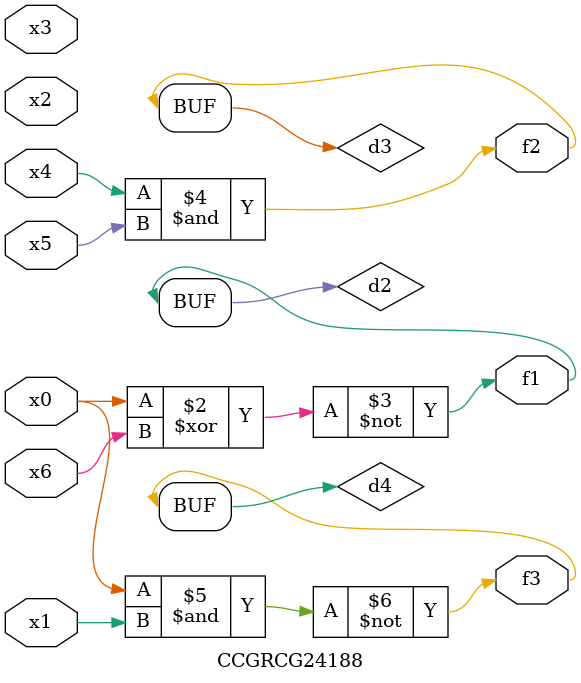
<source format=v>
module CCGRCG24188(
	input x0, x1, x2, x3, x4, x5, x6,
	output f1, f2, f3
);

	wire d1, d2, d3, d4;

	nor (d1, x0);
	xnor (d2, x0, x6);
	and (d3, x4, x5);
	nand (d4, x0, x1);
	assign f1 = d2;
	assign f2 = d3;
	assign f3 = d4;
endmodule

</source>
